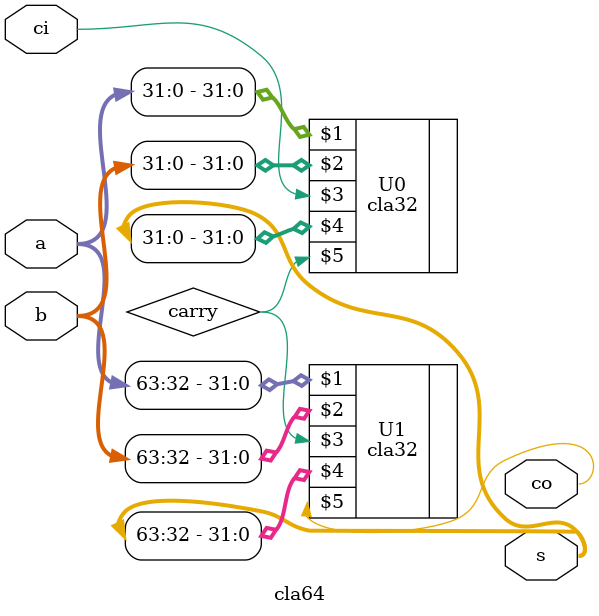
<source format=v>
module cla64(a, b, ci, s, co);		//128bits CLA module
	input [63:0] a, b;
	input ci; 			//input define
	
	output [63:0] s;
	output co; 			//output define
	
	cla32 U0(a[31:0], b[31:0], ci, s[31:0], carry);
	cla32 U1(a[63:32], b[63:32], carry, s[63:32], co);		//Instance 32bit CLA module

endmodule

</source>
